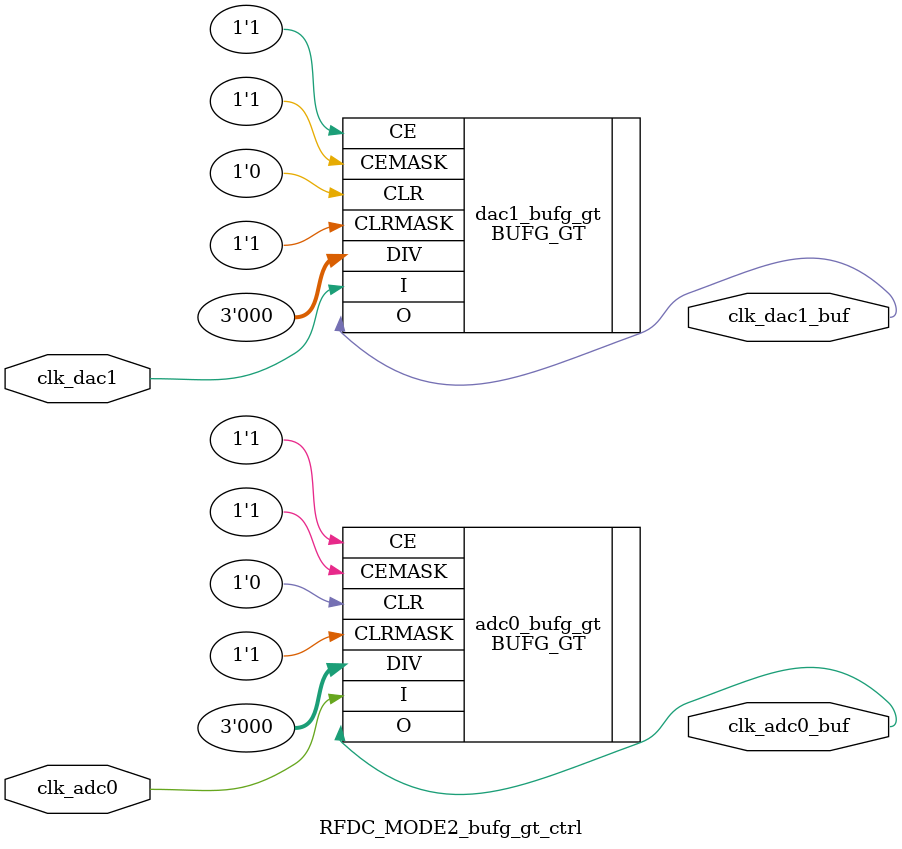
<source format=v>

`timescale 1ns / 1ps

(* DowngradeIPIdentifiedWarnings="yes" *)
module RFDC_MODE2_bufg_gt_ctrl (
  // DAC Fabric Feedback Clock for Tile 1
  input    clk_dac1,
  output   clk_dac1_buf,
      
  // ADC Fabric Feedback Clock for Tile 0
  input    clk_adc0,
  
  output   clk_adc0_buf
    
);

  BUFG_GT dac1_bufg_gt
  (
    .I       (clk_dac1),
    .CE      (1'b1),
    .CEMASK  (1'b1),
    .CLR     (1'b0),
    .CLRMASK (1'b1),
    .DIV     (3'b000),
    .O       (clk_dac1_buf)
  );  

 
  BUFG_GT adc0_bufg_gt
  (
    .I       (clk_adc0),
    .CE      (1'b1),
    .CEMASK  (1'b1),
    .CLR     (1'b0),
    .CLRMASK (1'b1),
    .DIV     (3'b000),
    .O       (clk_adc0_buf)
  );  

endmodule

</source>
